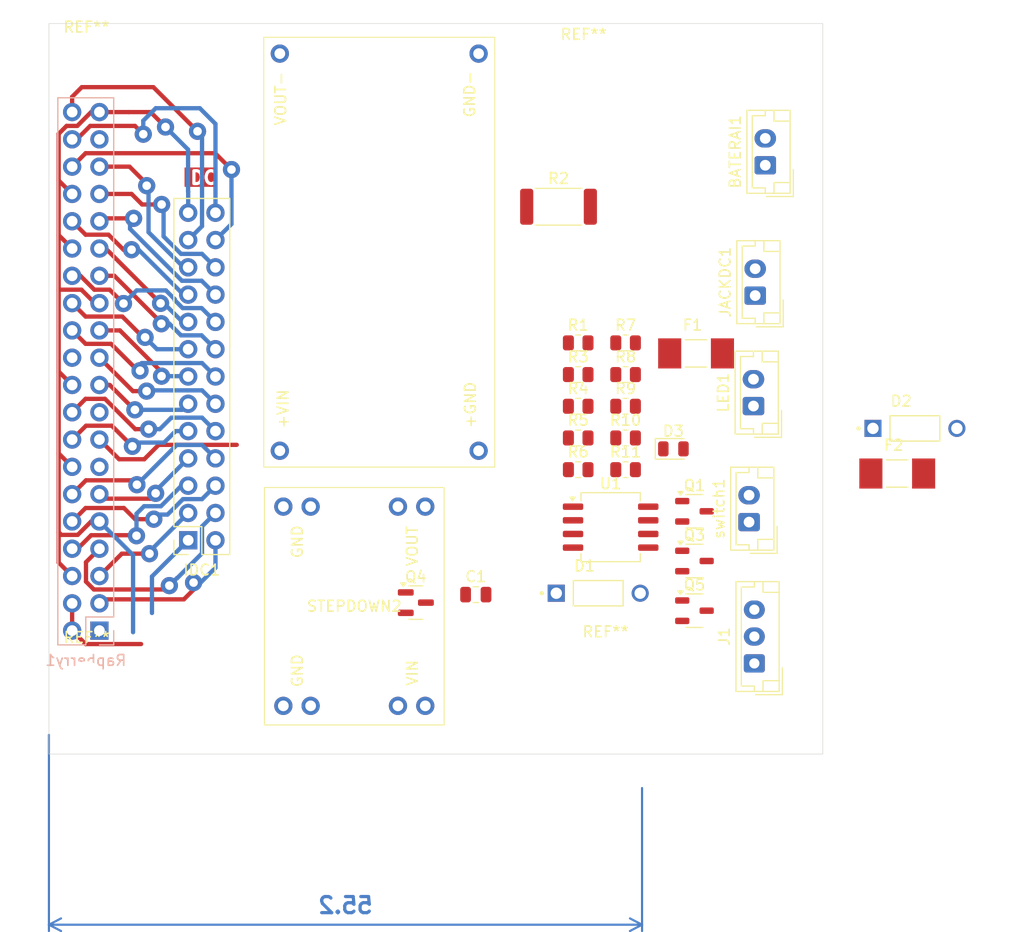
<source format=kicad_pcb>
(kicad_pcb (version 20241229) (generator "pcbnew") (generator_version "9.0")
  (layers (0 "F.Cu" signal) (2 "B.Cu" signal) (13 "F.Paste" user) (15 "B.Paste" user) (5 "F.SilkS" user "F.Silkscreen") (7 "B.SilkS" user "B.Silkscreen") (1 "F.Mask" user) (3 "B.Mask" user) (25 "Edge.Cuts" user))
  (net 0 "")
  (net 1 "GND")
  (net 2 "unconnected-(Rapberry1-Pin_13-Pad13)")
  (net 3 "HSYNC")
  (net 4 "DATA16")
  (net 5 "DATA1")
  (net 6 "VSYNC")
  (net 7 "DATA17")
  (net 8 "DATA3")
  (net 9 "EXT_SCL")
  (net 10 "DATA10")
  (net 11 "DATA6")
  (net 13 "DATA13")
  (net 14 "DATAEN")
  (net 15 "DATA12")
  (net 16 "DATA4")
  (net 17 "DATA15")
  (net 18 "EXT_SDA")
  (net 19 "DATA5")
  (net 20 "DATA7")
  (net 21 "DATA8")
  (net 22 "DATA2")
  (net 23 "DATA14")
  (net 24 "DATA11")
  (net 25 "DATA9")
  (net 26 "DATA0")
  (net 27 "PCLK")
  (net 28 "+5V")
  (net 29 "GPIO22")
  (net 30 "+4.2V")
  (net 31 "Net-(Q1-B)")
  (net 32 "Net-(Q1-E)")
  (net 33 "Net-(Q4-G)")
  (net 34 "+3.3V")
  (net 35 "Net-(Q5-B)")
  (net 36 "Net-(LED1-Pin_2)")
  (net 37 "Net-(LED1-Pin_1)")
  (net 41 "Net-(D3-K)")
  (net 42 "Net-(switch1-Pin_2)")
  (net 43 "Battery")
  (net 44 "Net-(U1A--)")
  (net 45 "Net-(U1A-+)")
  (net 46 "Net-(R10-Pad1)")
  (net 47 "Low bat")
  (net 48 "Charg Ind")
  (net 49 "Net-(D1-A)")
  (net 50 "Net-(JACKDC1-Pin_1)")
  (footprint "PCBALL:FUSC6125X279N" (layer "F.Cu") (at 161.9505 83.88)
    (property "Reference" "F2" (at -0.325 -2.635 0) (layer "F.SilkS"))
    (property "Value" "Fuse")
    (pad "1" smd rect (at -2.455 0) (size 2.15 2.8) (layers "F.Cu" "F.Mask" "F.Paste") (net 43 "Battery"))
    (pad "2" smd rect (at 2.455 0) (size 2.15 2.8) (layers "F.Cu" "F.Mask" "F.Paste") (net 42 "Net-(switch1-Pin_2)"))
  )
  (footprint "PCBALL:mp1584EN1" (layer "F.Cu") (at 111.42 96.23)
    (property "Reference" "STEPDOWN2" (at 0 0 0) (layer "F.SilkS"))
    (property "Value" "~")
    (fp_text user "GND" (at -5.3 6 90) (layer "F.SilkS"))
    (fp_text user "VOUT" (at 5.4 -5.6 90) (layer "F.SilkS"))
    (fp_text user "VIN" (at 5.4 6.2 90) (layer "F.SilkS"))
    (fp_text user "GND" (at -5.3 -6 90) (layer "F.SilkS"))
    (pad "1" thru_hole circle (at 4.064 9.271) (size 1.7 1.7) (drill 1) (layers "*.Cu" "*.Mask") (net 28 "+5V"))
    (pad "1" thru_hole circle (at 6.604 9.271) (size 1.7 1.7) (drill 1) (layers "*.Cu" "*.Mask") (net 28 "+5V"))
    (pad "2" thru_hole circle (at -6.604 9.271) (size 1.7 1.7) (drill 1) (layers "*.Cu" "*.Mask") (net 1 "GND"))
    (pad "2" thru_hole circle (at -4.064 9.271) (size 1.7 1.7) (drill 1) (layers "*.Cu" "*.Mask") (net 1 "GND"))
    (pad "3" thru_hole circle (at 4.064 -9.271) (size 1.7 1.7) (drill 1) (layers "*.Cu" "*.Mask") (net 34 "+3.3V"))
    (pad "3" thru_hole circle (at 6.604 -9.271) (size 1.7 1.7) (drill 1) (layers "*.Cu" "*.Mask") (net 34 "+3.3V"))
    (pad "4" thru_hole circle (at -6.604 -9.271) (size 1.7 1.7) (drill 1) (layers "*.Cu" "*.Mask") (net 1 "GND"))
    (pad "4" thru_hole circle (at -4.064 -9.271) (size 1.7 1.7) (drill 1) (layers "*.Cu" "*.Mask") (net 1 "GND"))
  )
  (footprint "Resistor_SMD:R_0805_2012Metric" (layer "F.Cu") (at 132.2575 83.52)
    (property "Reference" "R6" (at 0 -1.65 0) (layer "F.SilkS"))
    (property "Value" "R")
    (pad "1" smd roundrect (at -0.9125 0) (size 1.025 1.4) (layers "F.Cu" "F.Mask" "F.Paste") (roundrect_rratio 0.243902) (net 44 "Net-(U1A--)"))
    (pad "2" smd roundrect (at 0.9125 0) (size 1.025 1.4) (layers "F.Cu" "F.Mask" "F.Paste") (roundrect_rratio 0.243902) (net 1 "GND"))
  )
  (footprint "Resistor_SMD:R_0805_2012Metric" (layer "F.Cu") (at 132.2575 74.67)
    (property "Reference" "R3" (at 0 -1.65 0) (layer "F.SilkS"))
    (property "Value" "10k")
    (pad "1" smd roundrect (at -0.9125 0) (size 1.025 1.4) (layers "F.Cu" "F.Mask" "F.Paste") (roundrect_rratio 0.243902) (net 34 "+3.3V"))
    (pad "2" smd roundrect (at 0.9125 0) (size 1.025 1.4) (layers "F.Cu" "F.Mask" "F.Paste") (roundrect_rratio 0.243902) (net 33 "Net-(Q4-G)"))
  )
  (footprint "Package_SO:SOIC-8_5.3x6.2mm_P1.27mm" (layer "F.Cu") (at 135.2775 88.87)
    (property "Reference" "U1" (at 0 -4.05 0) (layer "F.SilkS"))
    (property "Value" "LM358")
    (pad "1" smd roundrect (at -3.5 -1.905) (size 1.9 0.6) (layers "F.Cu" "F.Mask" "F.Paste") (net 46 "Net-(R10-Pad1)"))
    (pad "2" smd roundrect (at -3.5 -0.635) (size 1.9 0.6) (layers "F.Cu" "F.Mask" "F.Paste") (net 44 "Net-(U1A--)"))
    (pad "3" smd roundrect (at -3.5 0.635) (size 1.9 0.6) (layers "F.Cu" "F.Mask" "F.Paste") (net 45 "Net-(U1A-+)"))
    (pad "4" smd roundrect (at -3.5 1.905) (size 1.9 0.6) (layers "F.Cu" "F.Mask" "F.Paste") (net 1 "GND"))
    (pad "5" smd roundrect (at 3.5 1.905) (size 1.9 0.6) (layers "F.Cu" "F.Mask" "F.Paste"))
    (pad "6" smd roundrect (at 3.5 0.635) (size 1.9 0.6) (layers "F.Cu" "F.Mask" "F.Paste"))
    (pad "7" smd roundrect (at 3.5 -0.635) (size 1.9 0.6) (layers "F.Cu" "F.Mask" "F.Paste"))
    (pad "8" smd roundrect (at 3.5 -1.905) (size 1.9 0.6) (layers "F.Cu" "F.Mask" "F.Paste") (net 28 "+5V"))
  )
  (footprint "Resistor_SMD:R_0805_2012Metric" (layer "F.Cu") (at 132.2575 80.57)
    (property "Reference" "R5" (at 0 -1.65 0) (layer "F.SilkS"))
    (property "Value" "1k")
    (pad "1" smd roundrect (at -0.9125 0) (size 1.025 1.4) (layers "F.Cu" "F.Mask" "F.Paste") (roundrect_rratio 0.243902) (net 35 "Net-(Q5-B)"))
    (pad "2" smd roundrect (at 0.9125 0) (size 1.025 1.4) (layers "F.Cu" "F.Mask" "F.Paste") (roundrect_rratio 0.243902) (net 29 "GPIO22"))
  )
  (footprint "PCBALL:DIOAD780W78L463D236" (layer "F.Cu") (at 163.5955 79.68)
    (property "Reference" "D2" (at -1.27 -2.54 0) (layer "F.SilkS"))
    (property "Value" "1N007")
    (pad "A" thru_hole circle (at 3.9045 0) (size 1.59 1.59) (drill 1.06) (layers "*.Cu" "*.Mask"))
    (pad "K" thru_hole rect (at -3.9045 0) (size 1.59 1.59) (drill 1.06) (layers "*.Cu" "*.Mask"))
  )
  (footprint "Capacitor_SMD:C_0805_2012Metric" (layer "F.Cu") (at 122.7275 95.15)
    (property "Reference" "C1" (at 0 -1.68 0) (layer "F.SilkS"))
    (property "Value" "C")
    (pad "1" smd roundrect (at -0.95 0) (size 1 1.45) (layers "F.Cu" "F.Mask" "F.Paste") (net 30 "+4.2V"))
    (pad "2" smd roundrect (at 0.95 0) (size 1 1.45) (layers "F.Cu" "F.Mask" "F.Paste") (net 1 "GND"))
  )
  (footprint "MountingHole:MountingHole_2.5mm" (layer "F.Cu") (at 86.5 45.78)
    (property "Reference" "REF**" (at 0 -3.45 0) (layer "F.SilkS"))
    (property "Value" "MountingHole_2.5mm")
    (pad "" np_thru_hole circle (at 0 0) (size 2.5 2.5) (drill 2.5) (layers "*.Cu" "*.Mask"))
  )
  (footprint "Resistor_SMD:R_0805_2012Metric" (layer "F.Cu") (at 132.2575 77.62)
    (property "Reference" "R4" (at 0 -1.65 0) (layer "F.SilkS"))
    (property "Value" "R")
    (pad "1" smd roundrect (at -0.9125 0) (size 1.025 1.4) (layers "F.Cu" "F.Mask" "F.Paste") (roundrect_rratio 0.243902) (net 41 "Net-(D3-K)"))
    (pad "2" smd roundrect (at 0.9125 0) (size 1.025 1.4) (layers "F.Cu" "F.Mask" "F.Paste") (roundrect_rratio 0.243902) (net 44 "Net-(U1A--)"))
  )
  (footprint "Resistor_SMD:R_0805_2012Metric" (layer "F.Cu") (at 136.6675 74.67)
    (property "Reference" "R8" (at 0 -1.65 0) (layer "F.SilkS"))
    (property "Value" "R")
    (pad "1" smd roundrect (at -0.9125 0) (size 1.025 1.4) (layers "F.Cu" "F.Mask" "F.Paste") (roundrect_rratio 0.243902) (net 30 "+4.2V"))
    (pad "2" smd roundrect (at 0.9125 0) (size 1.025 1.4) (layers "F.Cu" "F.Mask" "F.Paste") (roundrect_rratio 0.243902) (net 45 "Net-(U1A-+)"))
  )
  (footprint "Connector_JST:JST_EH_B3B-EH-A_1x03_P2.50mm_Vertical" (layer "F.Cu") (at 148.65 101.55 90)
    (property "Reference" "J1" (at 2.5 -2.8 90) (layer "F.SilkS"))
    (property "Value" "Conn_01x03_Pin")
    (pad "1" thru_hole roundrect (at 0 0 90) (size 1.7 1.95) (drill 0.95) (layers "*.Cu" "*.Mask") (roundrect_rratio 0.147059) (net 1 "GND"))
    (pad "2" thru_hole oval (at 2.5 0 90) (size 1.7 1.95) (drill 0.95) (layers "*.Cu" "*.Mask") (net 47 "Low bat"))
    (pad "3" thru_hole oval (at 5 0 90) (size 1.7 1.95) (drill 0.95) (layers "*.Cu" "*.Mask") (net 48 "Charg Ind"))
  )
  (footprint "MountingHole:MountingHole_2.5mm" (layer "F.Cu") (at 132.77 46.46)
    (property "Reference" "REF**" (at 0 -3.45 0) (layer "F.SilkS"))
    (property "Value" "MountingHole_2.5mm")
    (pad "" np_thru_hole circle (at 0 0) (size 2.5 2.5) (drill 2.5) (layers "*.Cu" "*.Mask"))
  )
  (footprint "Resistor_SMD:R_0805_2012Metric" (layer "F.Cu") (at 136.6675 80.57)
    (property "Reference" "R10" (at 0 -1.65 0) (layer "F.SilkS"))
    (property "Value" "1k")
    (pad "1" smd roundrect (at -0.9125 0) (size 1.025 1.4) (layers "F.Cu" "F.Mask" "F.Paste") (roundrect_rratio 0.243902) (net 46 "Net-(R10-Pad1)"))
    (pad "2" smd roundrect (at 0.9125 0) (size 1.025 1.4) (layers "F.Cu" "F.Mask" "F.Paste") (roundrect_rratio 0.243902) (net 47 "Low bat"))
  )
  (footprint "PCBALL:FUSC6125X279N" (layer "F.Cu") (at 143.2275 72.7)
    (property "Reference" "F1" (at -0.325 -2.635 0) (layer "F.SilkS"))
    (property "Value" "Fuse")
    (pad "1" smd rect (at -2.455 0) (size 2.15 2.8) (layers "F.Cu" "F.Mask" "F.Paste") (net 50 "Net-(JACKDC1-Pin_1)"))
    (pad "2" smd rect (at 2.455 0) (size 2.15 2.8) (layers "F.Cu" "F.Mask" "F.Paste") (net 49 "Net-(D1-A)"))
  )
  (footprint "Resistor_SMD:R_0805_2012Metric" (layer "F.Cu") (at 136.6675 83.52)
    (property "Reference" "R11" (at 0 -1.65 0) (layer "F.SilkS"))
    (property "Value" "1k")
    (pad "1" smd roundrect (at -0.9125 0) (size 1.025 1.4) (layers "F.Cu" "F.Mask" "F.Paste") (roundrect_rratio 0.243902) (net 49 "Net-(D1-A)"))
    (pad "2" smd roundrect (at 0.9125 0) (size 1.025 1.4) (layers "F.Cu" "F.Mask" "F.Paste") (roundrect_rratio 0.243902) (net 48 "Charg Ind"))
  )
  (footprint "PCBALL:DIOAD780W78L463D236" (layer "F.Cu") (at 134.1225 95.02)
    (property "Reference" "D1" (at -1.27 -2.54 0) (layer "F.SilkS"))
    (property "Value" "SS34")
    (pad "A" thru_hole circle (at 3.9045 0) (size 1.59 1.59) (drill 1.06) (layers "*.Cu" "*.Mask"))
    (pad "K" thru_hole rect (at -3.9045 0) (size 1.59 1.59) (drill 1.06) (layers "*.Cu" "*.Mask"))
  )
  (footprint "Connector_JST:JST_EH_B2B-EH-A_1x02_P2.50mm_Vertical" (layer "F.Cu") (at 149.67 55.19 90)
    (property "Reference" "BATERAI1" (at 1.25 -2.8 90) (layer "F.SilkS"))
    (property "Value" "Conn_01x02_Pin")
    (pad "1" thru_hole roundrect (at 0 0 90) (size 1.7 2) (drill 1) (layers "*.Cu" "*.Mask") (roundrect_rratio 0.147059) (net 43 "Battery"))
    (pad "2" thru_hole oval (at 2.5 0 90) (size 1.7 2) (drill 1) (layers "*.Cu" "*.Mask") (net 1 "GND"))
  )
  (footprint "Connector_JST:JST_EH_B2B-EH-A_1x02_P2.50mm_Vertical" (layer "F.Cu") (at 148.16 88.4 90)
    (property "Reference" "switch1" (at 1.25 -2.8 90) (layer "F.SilkS"))
    (property "Value" "Conn_01x02_Pin")
    (pad "1" thru_hole roundrect (at 0 0 90) (size 1.7 2) (drill 1) (layers "*.Cu" "*.Mask") (roundrect_rratio 0.147059) (net 30 "+4.2V"))
    (pad "2" thru_hole oval (at 2.5 0 90) (size 1.7 2) (drill 1) (layers "*.Cu" "*.Mask") (net 42 "Net-(switch1-Pin_2)"))
  )
  (footprint "Diode_SMD:D_0805_2012Metric" (layer "F.Cu") (at 141.1175 81.585)
    (property "Reference" "D3" (at 0 -1.65 0) (layer "F.SilkS"))
    (property "Value" "D_Zener_Filled")
    (pad "1" smd roundrect (at -0.9375 0) (size 0.975 1.4) (layers "F.Cu" "F.Mask" "F.Paste") (net 41 "Net-(D3-K)"))
    (pad "2" smd roundrect (at 0.9375 0) (size 0.975 1.4) (layers "F.Cu" "F.Mask" "F.Paste") (net 1 "GND"))
  )
  (footprint "MountingHole:MountingHole_2.5mm" (layer "F.Cu") (at 134.81 102.06)
    (property "Reference" "REF**" (at 0 -3.45 0) (layer "F.SilkS"))
    (property "Value" "MountingHole_2.5mm")
    (pad "" np_thru_hole circle (at 0 0) (size 2.5 2.5) (drill 2.5) (layers "*.Cu" "*.Mask"))
  )
  (footprint "Package_TO_SOT_SMD:SOT-23-3" (layer "F.Cu") (at 143.0775 96.645)
    (property "Reference" "Q5" (at 0 -2.4 0) (layer "F.SilkS"))
    (property "Value" "D882")
    (pad "1" smd roundrect (at -1.1375 -0.95) (size 1.325 0.6) (layers "F.Cu" "F.Mask" "F.Paste") (net 35 "Net-(Q5-B)"))
    (pad "2" smd roundrect (at -1.1375 0.95) (size 1.325 0.6) (layers "F.Cu" "F.Mask" "F.Paste") (net 33 "Net-(Q4-G)"))
    (pad "3" smd roundrect (at 1.1375 0) (size 1.325 0.6) (layers "F.Cu" "F.Mask" "F.Paste") (net 1 "GND"))
  )
  (footprint "TPS61088:TPS61088" (layer "F.Cu") (at 113.49 63.28 90)
    (property "Reference" "STEPUP2" (hide yes))
    (property "Value" "~")
    (fp_text user "VOUT-" (at 11.71 -8.34 90) (layer "F.SilkS") (effects (justify left bottom)))
    (fp_text user "GND-" (at 12.45 9.25 90) (layer "F.SilkS") (effects (justify left bottom)))
    (fp_text user "+VIN" (at -16.5 -8.12 90) (layer "F.SilkS") (effects (justify left bottom)))
    (fp_text user "+GND" (at -16.45 9.32 90) (layer "F.SilkS") (effects (justify left bottom)))
    (pad "1" thru_hole circle (at -18.48 -9 180) (size 1.7 1.7) (drill 1) (layers "*.Cu" "*.Mask") (net 30 "+4.2V"))
    (pad "2" thru_hole circle (at -18.48 9.5 180) (size 1.7 1.7) (drill 1) (layers "*.Cu" "*.Mask") (net 1 "GND"))
    (pad "3" thru_hole circle (at 18.48 -9 180) (size 1.7 1.7) (drill 1) (layers "*.Cu" "*.Mask") (net 28 "+5V"))
    (pad "4" thru_hole circle (at 18.48 9.5 180) (size 1.7 1.7) (drill 1) (layers "*.Cu" "*.Mask") (net 1 "GND"))
  )
  (footprint "Resistor_SMD:R_0805_2012Metric" (layer "F.Cu") (at 136.6675 77.62)
    (property "Reference" "R9" (at 0 -1.65 0) (layer "F.SilkS"))
    (property "Value" "R")
    (pad "1" smd roundrect (at -0.9125 0) (size 1.025 1.4) (layers "F.Cu" "F.Mask" "F.Paste") (roundrect_rratio 0.243902) (net 45 "Net-(U1A-+)"))
    (pad "2" smd roundrect (at 0.9125 0) (size 1.025 1.4) (layers "F.Cu" "F.Mask" "F.Paste") (roundrect_rratio 0.243902) (net 1 "GND"))
  )
  (footprint "Connector_JST:JST_EH_B2B-EH-A_1x02_P2.50mm_Vertical" (layer "F.Cu") (at 148.73 67.32 90)
    (property "Reference" "JACKDC1" (at 1.25 -2.8 90) (layer "F.SilkS"))
    (property "Value" "Conn_01x02_Pin")
    (pad "1" thru_hole roundrect (at 0 0 90) (size 1.7 2) (drill 1) (layers "*.Cu" "*.Mask") (roundrect_rratio 0.147059) (net 50 "Net-(JACKDC1-Pin_1)"))
    (pad "2" thru_hole oval (at 2.5 0 90) (size 1.7 2) (drill 1) (layers "*.Cu" "*.Mask") (net 1 "GND"))
  )
  (footprint "Resistor_SMD:R_0805_2012Metric" (layer "F.Cu") (at 136.6675 71.72)
    (property "Reference" "R7" (at 0 -1.65 0) (layer "F.SilkS"))
    (property "Value" "R")
    (pad "1" smd roundrect (at -0.9125 0) (size 1.025 1.4) (layers "F.Cu" "F.Mask" "F.Paste") (roundrect_rratio 0.243902) (net 28 "+5V"))
    (pad "2" smd roundrect (at 0.9125 0) (size 1.025 1.4) (layers "F.Cu" "F.Mask" "F.Paste") (roundrect_rratio 0.243902) (net 41 "Net-(D3-K)"))
  )
  (footprint "Package_TO_SOT_SMD:SOT-23-3" (layer "F.Cu") (at 143.0775 92.02)
    (property "Reference" "Q3" (at 0 -2.4 0) (layer "F.SilkS"))
    (property "Value" "Q_NMOS_DGS")
    (pad "1" smd roundrect (at -1.1375 -0.95) (size 1.325 0.6) (layers "F.Cu" "F.Mask" "F.Paste") (net 37 "Net-(LED1-Pin_1)"))
    (pad "2" smd roundrect (at -1.1375 0.95) (size 1.325 0.6) (layers "F.Cu" "F.Mask" "F.Paste") (net 32 "Net-(Q1-E)"))
    (pad "3" smd roundrect (at 1.1375 0) (size 1.325 0.6) (layers "F.Cu" "F.Mask" "F.Paste") (net 31 "Net-(Q1-B)"))
  )
  (footprint "Package_TO_SOT_SMD:SOT-23" (layer "F.Cu") (at 117.1475 95.895)
    (property "Reference" "Q4" (at 0 -2.4 0) (layer "F.SilkS"))
    (property "Value" "MDD3752")
    (pad "1" smd roundrect (at -0.9375 -0.95) (size 1.475 0.6) (layers "F.Cu" "F.Mask" "F.Paste") (net 34 "+3.3V"))
    (pad "2" smd roundrect (at -0.9375 0.95) (size 1.475 0.6) (layers "F.Cu" "F.Mask" "F.Paste") (net 33 "Net-(Q4-G)"))
    (pad "3" smd roundrect (at 0.9375 0) (size 1.475 0.6) (layers "F.Cu" "F.Mask" "F.Paste") (net 36 "Net-(LED1-Pin_2)"))
  )
  (footprint "Connector_JST:JST_EH_B2B-EH-A_1x02_P2.50mm_Vertical" (layer "F.Cu") (at 148.57 77.6 90)
    (property "Reference" "LED1" (at 1.25 -2.8 90) (layer "F.SilkS"))
    (property "Value" "Conn_01x02_Pin")
    (pad "1" thru_hole roundrect (at 0 0 90) (size 1.7 2) (drill 1) (layers "*.Cu" "*.Mask") (roundrect_rratio 0.147059) (net 37 "Net-(LED1-Pin_1)"))
    (pad "2" thru_hole oval (at 2.5 0 90) (size 1.7 2) (drill 1) (layers "*.Cu" "*.Mask") (net 36 "Net-(LED1-Pin_2)"))
  )
  (footprint "Connector_PinSocket_2.54mm:PinSocket_2x13_P2.54mm_Vertical" (layer "F.Cu") (at 95.96 90.09 180)
    (property "Reference" "IDC1" (at -1.27 -2.77 0) (layer "F.SilkS"))
    (property "Value" "Conn_02x13_Odd_Even")
    (pad "1" thru_hole rect (at 0 0 180) (size 1.7 1.7) (drill 1) (layers "*.Cu" "*.Mask") (net 28 "+5V"))
    (pad "2" thru_hole circle (at -2.54 0 180) (size 1.7 1.7) (drill 1) (layers "*.Cu" "*.Mask") (net 6 "VSYNC"))
    (pad "3" thru_hole circle (at 0 2.54 180) (size 1.7 1.7) (drill 1) (layers "*.Cu" "*.Mask") (net 3 "HSYNC"))
    (pad "4" thru_hole circle (at -2.54 2.54 180) (size 1.7 1.7) (drill 1) (layers "*.Cu" "*.Mask") (net 7 "DATA17"))
    (pad "5" thru_hole circle (at 0 5.08 180) (size 1.7 1.7) (drill 1) (layers "*.Cu" "*.Mask") (net 25 "DATA9"))
    (pad "6" thru_hole circle (at -2.54 5.08 180) (size 1.7 1.7) (drill 1) (layers "*.Cu" "*.Mask") (net 10 "DATA10"))
    (pad "7" thru_hole circle (at 0 7.62 180) (size 1.7 1.7) (drill 1) (layers "*.Cu" "*.Mask") (net 26 "DATA0"))
    (pad "8" thru_hole circle (at -2.54 7.62 180) (size 1.7 1.7) (drill 1) (layers "*.Cu" "*.Mask") (net 5 "DATA1"))
    (pad "9" thru_hole circle (at 0 10.16 180) (size 1.7 1.7) (drill 1) (layers "*.Cu" "*.Mask") (net 18 "EXT_SDA"))
    (pad "10" thru_hole circle (at -2.54 10.16 180) (size 1.7 1.7) (drill 1) (layers "*.Cu" "*.Mask") (net 9 "EXT_SCL"))
    (pad "11" thru_hole circle (at 0 12.7 180) (size 1.7 1.7) (drill 1) (layers "*.Cu" "*.Mask") (net 19 "DATA5"))
    (pad "12" thru_hole circle (at -2.54 12.7 180) (size 1.7 1.7) (drill 1) (layers "*.Cu" "*.Mask") (net 17 "DATA15"))
    (pad "13" thru_hole circle (at 0 15.24 180) (size 1.7 1.7) (drill 1) (layers "*.Cu" "*.Mask") (net 11 "DATA6"))
    (pad "14" thru_hole circle (at -2.54 15.24 180) (size 1.7 1.7) (drill 1) (layers "*.Cu" "*.Mask") (net 23 "DATA14"))
    (pad "15" thru_hole circle (at 0 17.78 180) (size 1.7 1.7) (drill 1) (layers "*.Cu" "*.Mask") (net 13 "DATA13"))
    (pad "16" thru_hole circle (at -2.54 17.78 180) (size 1.7 1.7) (drill 1) (layers "*.Cu" "*.Mask") (net 27 "PCLK"))
    (pad "17" thru_hole circle (at 0 20.32 180) (size 1.7 1.7) (drill 1) (layers "*.Cu" "*.Mask") (net 24 "DATA11"))
    (pad "18" thru_hole circle (at -2.54 20.32 180) (size 1.7 1.7) (drill 1) (layers "*.Cu" "*.Mask") (net 14 "DATAEN"))
    (pad "19" thru_hole circle (at 0 22.86 180) (size 1.7 1.7) (drill 1) (layers "*.Cu" "*.Mask") (net 20 "DATA7"))
    (pad "20" thru_hole circle (at -2.54 22.86 180) (size 1.7 1.7) (drill 1) (layers "*.Cu" "*.Mask") (net 15 "DATA12"))
    (pad "21" thru_hole circle (at 0 25.4 180) (size 1.7 1.7) (drill 1) (layers "*.Cu" "*.Mask") (net 22 "DATA2"))
    (pad "22" thru_hole circle (at -2.54 25.4 180) (size 1.7 1.7) (drill 1) (layers "*.Cu" "*.Mask") (net 21 "DATA8"))
    (pad "23" thru_hole circle (at 0 27.94 180) (size 1.7 1.7) (drill 1) (layers "*.Cu" "*.Mask") (net 16 "DATA4"))
    (pad "24" thru_hole circle (at -2.54 27.94 180) (size 1.7 1.7) (drill 1) (layers "*.Cu" "*.Mask") (net 4 "DATA16"))
    (pad "25" thru_hole circle (at 0 30.48 180) (size 1.7 1.7) (drill 1) (layers "*.Cu" "*.Mask") (net 1 "GND"))
    (pad "26" thru_hole circle (at -2.54 30.48 180) (size 1.7 1.7) (drill 1) (layers "*.Cu" "*.Mask") (net 8 "DATA3"))
  )
  (footprint "Resistor_SMD:R_2512_6332Metric" (layer "F.Cu") (at 130.4275 59.05)
    (property "Reference" "R2" (at 0 -2.63 0) (layer "F.SilkS"))
    (property "Value" "R")
    (pad "1" smd roundrect (at -2.9625 0) (size 1.225 3.35) (layers "F.Cu" "F.Mask" "F.Paste") (roundrect_rratio 0.204082) (net 31 "Net-(Q1-B)"))
    (pad "2" smd roundrect (at 2.9625 0) (size 1.225 3.35) (layers "F.Cu" "F.Mask" "F.Paste") (roundrect_rratio 0.204082) (net 1 "GND"))
  )
  (footprint "MountingHole:MountingHole_2.5mm" (layer "F.Cu") (at 86.52 102.59)
    (property "Reference" "REF**" (at 0 -3.45 0) (layer "F.SilkS"))
    (property "Value" "MountingHole_2.5mm")
    (pad "" np_thru_hole circle (at 0 0) (size 2.5 2.5) (drill 2.5) (layers "*.Cu" "*.Mask"))
  )
  (footprint "Resistor_SMD:R_0805_2012Metric" (layer "F.Cu") (at 132.2575 71.72)
    (property "Reference" "R1" (at 0 -1.65 0) (layer "F.SilkS"))
    (property "Value" "R")
    (pad "1" smd roundrect (at -0.9125 0) (size 1.025 1.4) (layers "F.Cu" "F.Mask" "F.Paste") (roundrect_rratio 0.243902) (net 36 "Net-(LED1-Pin_2)"))
    (pad "2" smd roundrect (at 0.9125 0) (size 1.025 1.4) (layers "F.Cu" "F.Mask" "F.Paste") (roundrect_rratio 0.243902) (net 32 "Net-(Q1-E)"))
  )
  (footprint "Package_TO_SOT_SMD:SOT-23-3" (layer "F.Cu") (at 143.0775 87.395)
    (property "Reference" "Q1" (at 0 -2.4 0) (layer "F.SilkS"))
    (property "Value" "D882")
    (pad "1" smd roundrect (at -1.1375 -0.95) (size 1.325 0.6) (layers "F.Cu" "F.Mask" "F.Paste") (net 31 "Net-(Q1-B)"))
    (pad "2" smd roundrect (at -1.1375 0.95) (size 1.325 0.6) (layers "F.Cu" "F.Mask" "F.Paste") (net 32 "Net-(Q1-E)"))
    (pad "3" smd roundrect (at 1.1375 0) (size 1.325 0.6) (layers "F.Cu" "F.Mask" "F.Paste") (net 1 "GND"))
  )
  (footprint "Connector_PinSocket_2.54mm:PinSocket_2x20_P2.54mm_Vertical" (layer "B.Cu") (at 87.7 98.5)
    (property "Reference" "Rapberry1" (at -1.27 2.77 0) (layer "B.SilkS") (effects (justify mirror)))
    (property "Value" "Conn_02x20_Odd_Even")
    (pad "1" thru_hole rect (at 0 0) (size 1.7 1.7) (drill 1) (layers "*.Cu" "*.Mask"))
    (pad "2" thru_hole circle (at -2.54 0) (size 1.7 1.7) (drill 1) (layers "*.Cu" "*.Mask") (net 28 "+5V"))
    (pad "3" thru_hole circle (at 0 -2.54) (size 1.7 1.7) (drill 1) (layers "*.Cu" "*.Mask") (net 6 "VSYNC"))
    (pad "4" thru_hole circle (at -2.54 -2.54) (size 1.7 1.7) (drill 1) (layers "*.Cu" "*.Mask") (net 28 "+5V"))
    (pad "5" thru_hole circle (at 0 -5.08) (size 1.7 1.7) (drill 1) (layers "*.Cu" "*.Mask") (net 3 "HSYNC"))
    (pad "6" thru_hole circle (at -2.54 -5.08) (size 1.7 1.7) (drill 1) (layers "*.Cu" "*.Mask") (net 1 "GND"))
    (pad "7" thru_hole circle (at 0 -7.62) (size 1.7 1.7) (drill 1) (layers "*.Cu" "*.Mask") (net 7 "DATA17"))
    (pad "8" thru_hole circle (at -2.54 -7.62) (size 1.7 1.7) (drill 1) (layers "*.Cu" "*.Mask") (net 25 "DATA9"))
    (pad "9" thru_hole circle (at 0 -10.16) (size 1.7 1.7) (drill 1) (layers "*.Cu" "*.Mask") (net 1 "GND"))
    (pad "10" thru_hole circle (at -2.54 -10.16) (size 1.7 1.7) (drill 1) (layers "*.Cu" "*.Mask") (net 10 "DATA10"))
    (pad "11" thru_hole circle (at 0 -12.7) (size 1.7 1.7) (drill 1) (layers "*.Cu" "*.Mask") (net 26 "DATA0"))
    (pad "12" thru_hole circle (at -2.54 -12.7) (size 1.7 1.7) (drill 1) (layers "*.Cu" "*.Mask") (net 5 "DATA1"))
    (pad "13" thru_hole circle (at 0 -15.24) (size 1.7 1.7) (drill 1) (layers "*.Cu" "*.Mask") (net 2 "unconnected-(Rapberry1-Pin_13-Pad13)"))
    (pad "14" thru_hole circle (at -2.54 -15.24) (size 1.7 1.7) (drill 1) (layers "*.Cu" "*.Mask") (net 1 "GND"))
    (pad "15" thru_hole circle (at 0 -17.78) (size 1.7 1.7) (drill 1) (layers "*.Cu" "*.Mask") (net 29 "GPIO22"))
    (pad "16" thru_hole circle (at -2.54 -17.78) (size 1.7 1.7) (drill 1) (layers "*.Cu" "*.Mask") (net 18 "EXT_SDA"))
    (pad "17" thru_hole circle (at 0 -20.32) (size 1.7 1.7) (drill 1) (layers "*.Cu" "*.Mask"))
    (pad "18" thru_hole circle (at -2.54 -20.32) (size 1.7 1.7) (drill 1) (layers "*.Cu" "*.Mask") (net 9 "EXT_SCL"))
    (pad "19" thru_hole circle (at 0 -22.86) (size 1.7 1.7) (drill 1) (layers "*.Cu" "*.Mask") (net 19 "DATA5"))
    (pad "20" thru_hole circle (at -2.54 -22.86) (size 1.7 1.7) (drill 1) (layers "*.Cu" "*.Mask") (net 1 "GND"))
    (pad "21" thru_hole circle (at 0 -25.4) (size 1.7 1.7) (drill 1) (layers "*.Cu" "*.Mask") (net 17 "DATA15"))
    (pad "22" thru_hole circle (at -2.54 -25.4) (size 1.7 1.7) (drill 1) (layers "*.Cu" "*.Mask"))
    (pad "23" thru_hole circle (at 0 -27.94) (size 1.7 1.7) (drill 1) (layers "*.Cu" "*.Mask") (net 11 "DATA6"))
    (pad "24" thru_hole circle (at -2.54 -27.94) (size 1.7 1.7) (drill 1) (layers "*.Cu" "*.Mask") (net 23 "DATA14"))
    (pad "25" thru_hole circle (at 0 -30.48) (size 1.7 1.7) (drill 1) (layers "*.Cu" "*.Mask") (net 1 "GND"))
    (pad "26" thru_hole circle (at -2.54 -30.48) (size 1.7 1.7) (drill 1) (layers "*.Cu" "*.Mask") (net 13 "DATA13"))
    (pad "27" thru_hole circle (at 0 -33.02) (size 1.7 1.7) (drill 1) (layers "*.Cu" "*.Mask") (net 27 "PCLK"))
    (pad "28" thru_hole circle (at -2.54 -33.02) (size 1.7 1.7) (drill 1) (layers "*.Cu" "*.Mask") (net 14 "DATAEN"))
    (pad "29" thru_hole circle (at 0 -35.56) (size 1.7 1.7) (drill 1) (layers "*.Cu" "*.Mask") (net 24 "DATA11"))
    (pad "30" thru_hole circle (at -2.54 -35.56) (size 1.7 1.7) (drill 1) (layers "*.Cu" "*.Mask") (net 1 "GND"))
    (pad "31" thru_hole circle (at 0 -38.1) (size 1.7 1.7) (drill 1) (layers "*.Cu" "*.Mask") (net 15 "DATA12"))
    (pad "32" thru_hole circle (at -2.54 -38.1) (size 1.7 1.7) (drill 1) (layers "*.Cu" "*.Mask") (net 20 "DATA7"))
    (pad "33" thru_hole circle (at 0 -40.64) (size 1.7 1.7) (drill 1) (layers "*.Cu" "*.Mask") (net 21 "DATA8"))
    (pad "34" thru_hole circle (at -2.54 -40.64) (size 1.7 1.7) (drill 1) (layers "*.Cu" "*.Mask") (net 1 "GND"))
    (pad "35" thru_hole circle (at 0 -43.18) (size 1.7 1.7) (drill 1) (layers "*.Cu" "*.Mask") (net 22 "DATA2"))
    (pad "36" thru_hole circle (at -2.54 -43.18) (size 1.7 1.7) (drill 1) (layers "*.Cu" "*.Mask") (net 4 "DATA16"))
    (pad "37" thru_hole circle (at 0 -45.72) (size 1.7 1.7) (drill 1) (layers "*.Cu" "*.Mask"))
    (pad "38" thru_hole circle (at -2.54 -45.72) (size 1.7 1.7) (drill 1) (layers "*.Cu" "*.Mask") (net 8 "DATA3"))
    (pad "39" thru_hole circle (at 0 -48.26) (size 1.7 1.7) (drill 1) (layers "*.Cu" "*.Mask") (net 1 "GND"))
    (pad "40" thru_hole circle (at -2.54 -48.26) (size 1.7 1.7) (drill 1) (layers "*.Cu" "*.Mask") (net 16 "DATA4"))
  )
  (gr_rect (start 83 42) (end 155.02 109.99) (stroke (width 0.05)) (fill no) (layer "Edge.Cuts"))
  (gr_text "IDC" (at 95.44 57.06 0) (layer "F.Cu" knockout) (effects (font (size 1.2 1.2) (thickness 0.3) (bold yes)) (justify left bottom)))
  (dimension (type orthogonal) (layer "B.Cu") (pts (xy 83 107.7) (xy 138.2 112.65)) (height 18.17) (orientation 0) (format (prefix "") (suffix "") (units 3) (units_format 0) (precision 4) (suppress_zeroes yes)) (style (thickness 0.2) (arrow_length 1.27) (text_position_mode 0) (arrow_direction outward) (extension_height 0.58642) (extension_offset 0.5) (keep_text_aligned yes)) (gr_text "55.2" (at 110.6 124.07 0) (layer "B.Cu") (effects (font (size 1.5 1.5) (thickness 0.3)) (justify mirror))))
  (segment (start 87.7 50.24) (end 86.929182 50.24) (width 0.4) (layer "F.Cu") (net 1))
  (segment (start 83.909 92.169) (end 85.16 93.42) (width 0.4) (layer "F.Cu") (net 1))
  (segment (start 83.909 61.689) (end 85.16 62.94) (width 0.4) (layer "F.Cu") (net 1))
  (segment (start 86.929182 88.34) (end 85.678182 89.591) (width 0.4) (layer "F.Cu") (net 1))
  (segment (start 87.27 68.02) (end 86.02 66.77) (width 0.4) (layer "F.Cu") (net 1))
  (segment (start 86.929182 50.24) (end 85.640182 51.529) (width 0.4) (layer "F.Cu") (net 1))
  (segment (start 92.46 50.24) (end 90.42 50.24) (width 0.4) (layer "F.Cu") (net 1))
  (segment (start 84.641818 51.529) (end 83.909 52.261818) (width 0.4) (layer "F.Cu") (net 1))
  (segment (start 85.678182 89.591) (end 84.16 89.591) (width 0.4) (layer "F.Cu") (net 1))
  (segment (start 85.640182 51.529) (end 84.641818 51.529) (width 0.4) (layer "F.Cu") (net 1))
  (segment (start 83.909 61.689) (end 83.909 66.77) (width 0.4) (layer "F.Cu") (net 1))
  (segment (start 83.909 82.009) (end 85.16 83.26) (width 0.4) (layer "F.Cu") (net 1))
  (segment (start 86.02 66.77) (end 83.909 66.77) (width 0.4) (layer "F.Cu") (net 1))
  (segment (start 83.909 52.261818) (end 83.909 56.609) (width 0.4) (layer "F.Cu") (net 1))
  (segment (start 83.909 56.609) (end 83.909 61.689) (width 0.4) (layer "F.Cu") (net 1))
  (segment (start 83.909 66.77) (end 83.909 74.389) (width 0.4) (layer "F.Cu") (net 1))
  (segment (start 83.909 56.609) (end 85.16 57.86) (width 0.4) (layer "F.Cu") (net 1))
  (segment (start 83.909 82.009) (end 83.909 89.34) (width 0.4) (layer "F.Cu") (net 1))
  (segment (start 87.7 68.02) (end 87.27 68.02) (width 0.4) (layer "F.Cu") (net 1))
  (segment (start 90.42 50.24) (end 87.7 50.24) (width 0.4) (layer "F.Cu") (net 1))
  (segment (start 93.85 51.63) (end 92.46 50.24) (width 0.4) (layer "F.Cu") (net 1))
  (segment (start 83.909 74.389) (end 85.16 75.64) (width 0.4) (layer "F.Cu") (net 1))
  (segment (start 83.909 74.389) (end 83.909 82.009) (width 0.4) (layer "F.Cu") (net 1))
  (segment (start 87.7 88.34) (end 86.929182 88.34) (width 0.4) (layer "F.Cu") (net 1))
  (segment (start 83.909 89.34) (end 83.909 92.169) (width 0.4) (layer "F.Cu") (net 1))
  (segment (start 84.16 89.591) (end 83.909 89.34) (width 0.4) (layer "F.Cu") (net 1))
  (via (at 93.85 51.63) (size 1.6) (drill 0.8) (layers "F.Cu" "B.Cu") (net 1))
  (segment (start 95.96 57.65) (end 95.95 57.64) (width 0.4) (layer "B.Cu") (net 1))
  (segment (start 95.95 57.64) (end 95.95 53.73) (width 0.4) (layer "B.Cu") (net 1))
  (segment (start 95.96 59.61) (end 95.96 57.65) (width 0.4) (layer "B.Cu") (net 1))
  (segment (start 95.95 53.73) (end 93.85 51.63) (width 0.4) (layer "B.Cu") (net 1))
  (segment (start 87.7 88.34) (end 90.83 91.47) (width 0.4) (layer "B.Cu") (net 1))
  (segment (start 90.83 91.47) (end 90.83 98.65) (width 0.4) (layer "B.Cu") (net 1))
  (segment (start 87.7 83.26) (end 88.161 83.721) (width 0.4) (layer "F.Cu") (net 2))
  (segment (start 89.78 91.34) (end 87.7 93.42) (width 0.4) (layer "F.Cu") (net 3))
  (segment (start 92.36 91.34) (end 89.78 91.34) (width 0.4) (layer "F.Cu") (net 3))
  (via (at 92.36 91.34) (size 1.6) (drill 0.8) (layers "F.Cu" "B.Cu") (net 3))
  (segment (start 95.96 87.55) (end 92.36 91.15) (width 0.4) (layer "B.Cu") (net 3))
  (segment (start 92.36 91.15) (end 92.36 91.34) (width 0.4) (layer "B.Cu") (net 3))
  (segment (start 98.469 54.069) (end 86.411 54.069) (width 0.4) (layer "F.Cu") (net 4))
  (segment (start 86.411 54.069) (end 85.16 55.32) (width 0.4) (layer "F.Cu") (net 4))
  (segment (start 99.99 55.59) (end 98.469 54.069) (width 0.4) (layer "F.Cu") (net 4))
  (via (at 99.99 55.59) (size 1.6) (drill 0.8) (layers "F.Cu" "B.Cu") (net 4))
  (segment (start 99.99 60.66) (end 99.99 55.59) (width 0.4) (layer "B.Cu") (net 4))
  (segment (start 98.5 62.15) (end 99.99 60.66) (width 0.4) (layer "B.Cu") (net 4))
  (segment (start 85.16 85.8) (end 86.449 84.511) (width 0.4) (layer "F.Cu") (net 5))
  (segment (start 90.78 84.511) (end 91.19 84.921) (width 0.4) (layer "F.Cu") (net 5))
  (segment (start 86.449 84.511) (end 90.78 84.511) (width 0.4) (layer "F.Cu") (net 5))
  (via (at 91.19 84.921) (size 1.6) (drill 0.8) (layers "F.Cu" "B.Cu") (net 5))
  (segment (start 94.892 81.219) (end 97.249 81.219) (width 0.4) (layer "B.Cu") (net 5))
  (segment (start 91.19 84.921) (end 94.892 81.219) (width 0.4) (layer "B.Cu") (net 5))
  (segment (start 97.249 81.219) (end 98.5 82.47) (width 0.4) (layer "B.Cu") (net 5))
  (segment (start 96.46 94.69) (end 95.56 95.59) (width 0.4) (layer "F.Cu") (net 6))
  (segment (start 88.07 95.59) (end 87.7 95.96) (width 0.4) (layer "F.Cu") (net 6))
  (segment (start 96.46 94.03) (end 96.46 94.69) (width 0.4) (layer "F.Cu") (net 6))
  (segment (start 95.56 95.59) (end 88.07 95.59) (width 0.4) (layer "F.Cu") (net 6))
  (via (at 96.46 94.03) (size 1.6) (drill 0.8) (layers "F.Cu" "B.Cu") (net 6))
  (segment (start 96.46 94.03) (end 97.12 94.03) (width 0.4) (layer "B.Cu") (net 6))
  (segment (start 97.12 94.03) (end 98.5 92.65) (width 0.4) (layer "B.Cu") (net 6))
  (segment (start 98.5 92.65) (end 98.5 90.09) (width 0.4) (layer "B.Cu") (net 6))
  (segment (start 86.449 92.131) (end 87.7 90.88) (width 0.4) (layer "F.Cu") (net 7))
  (segment (start 94.21 94.31) (end 93.849 94.671) (width 0.4) (layer "F.Cu") (net 7))
  (segment (start 86.449 93.938182) (end 86.449 92.131) (width 0.4) (layer "F.Cu") (net 7))
  (segment (start 87.181818 94.671) (end 86.449 93.938182) (width 0.4) (layer "F.Cu") (net 7))
  (segment (start 93.849 94.671) (end 87.181818 94.671) (width 0.4) (layer "F.Cu") (net 7))
  (via (at 94.21 94.31) (size 1.6) (drill 0.8) (layers "F.Cu" "B.Cu") (net 7))
  (segment (start 94.89 93.63) (end 94.922 93.63) (width 0.4) (layer "B.Cu") (net 7))
  (segment (start 97.249 91.303) (end 97.249 88.801) (width 0.4) (layer "B.Cu") (net 7))
  (segment (start 97.249 88.801) (end 98.5 87.55) (width 0.4) (layer "B.Cu") (net 7))
  (segment (start 94.21 94.31) (end 94.89 93.63) (width 0.4) (layer "B.Cu") (net 7))
  (segment (start 94.922 93.63) (end 97.249 91.303) (width 0.4) (layer "B.Cu") (net 7))
  (segment (start 91.78 52.3) (end 91.009 51.529) (width 0.4) (layer "F.Cu") (net 8))
  (segment (start 91.009 51.529) (end 86.841 51.529) (width 0.4) (layer "F.Cu") (net 8))
  (segment (start 86.841 51.529) (end 85.59 52.78) (width 0.4) (layer "F.Cu") (net 8))
  (segment (start 85.59 52.78) (end 85.16 52.78) (width 0.4) (layer "F.Cu") (net 8))
  (via (at 91.78 52.3) (size 1.6) (drill 0.8) (layers "F.Cu" "B.Cu") (net 8))
  (segment (start 98.5 51.34) (end 97.04 49.88) (width 0.4) (layer "B.Cu") (net 8))
  (segment (start 98.5 59.61) (end 98.5 51.34) (width 0.4) (layer "B.Cu") (net 8))
  (segment (start 97.04 49.88) (end 92.94 49.88) (width 0.4) (layer "B.Cu") (net 8))
  (segment (start 91.78 51.04) (end 91.78 52.3) (width 0.4) (layer "B.Cu") (net 8))
  (segment (start 92.94 49.88) (end 91.78 51.04) (width 0.4) (layer "B.Cu") (net 8))
  (segment (start 88.218182 76.929) (end 86.411 76.929) (width 0.4) (layer "F.Cu") (net 9))
  (segment (start 91.039182 79.75) (end 88.218182 76.929) (width 0.4) (layer "F.Cu") (net 9))
  (segment (start 86.411 76.929) (end 85.16 78.18) (width 0.4) (layer "F.Cu") (net 9))
  (segment (start 92.28 79.75) (end 91.039182 79.75) (width 0.4) (layer "F.Cu") (net 9))
  (via (at 92.28 79.75) (size 1.6) (drill 0.8) (layers "F.Cu" "B.Cu") (net 9))
  (segment (start 94.391 78.679) (end 93.32 79.75) (width 0.4) (layer "B.Cu") (net 9))
  (segment (start 97.249 78.679) (end 94.391 78.679) (width 0.4) (layer "B.Cu") (net 9))
  (segment (start 98.5 79.93) (end 97.249 78.679) (width 0.4) (layer "B.Cu") (net 9))
  (segment (start 93.32 79.75) (end 92.28 79.75) (width 0.4) (layer "B.Cu") (net 9))
  (segment (start 86.411 87.089) (end 85.16 88.34) (width 0.4) (layer "F.Cu") (net 10))
  (segment (start 89.979 87.089) (end 86.411 87.089) (width 0.4) (layer "F.Cu") (net 10))
  (segment (start 91.02 88.13) (end 89.979 87.089) (width 0.4) (layer "F.Cu") (net 10))
  (segment (start 92.76 88.13) (end 91.02 88.13) (width 0.4) (layer "F.Cu") (net 10))
  (via (at 92.76 88.13) (size 1.6) (drill 0.8) (layers "F.Cu" "B.Cu") (net 10))
  (segment (start 94.040818 87.7) (end 95.479818 86.261) (width 0.4) (layer "B.Cu") (net 10))
  (segment (start 92.76 88.13) (end 93.19 87.7) (width 0.4) (layer "B.Cu") (net 10))
  (segment (start 95.479818 86.261) (end 97.249 86.261) (width 0.4) (layer "B.Cu") (net 10))
  (segment (start 97.249 86.261) (end 98.5 85.01) (width 0.4) (layer "B.Cu") (net 10))
  (segment (start 93.19 87.7) (end 94.040818 87.7) (width 0.4) (layer "B.Cu") (net 10))
  (segment (start 89.604472 70.56) (end 93.48 74.435528) (width 0.4) (layer "F.Cu") (net 11))
  (segment (start 93.48 74.435528) (end 93.48 74.82) (width 0.4) (layer "F.Cu") (net 11))
  (segment (start 87.7 70.56) (end 89.604472 70.56) (width 0.4) (layer "F.Cu") (net 11))
  (via (at 93.48 74.82) (size 1.6) (drill 0.8) (layers "F.Cu" "B.Cu") (net 11))
  (segment (start 95.93 74.82) (end 95.96 74.85) (width 0.4) (layer "B.Cu") (net 11))
  (segment (start 93.48 74.82) (end 95.93 74.82) (width 0.4) (layer "B.Cu") (net 11))
  (segment (start 91.949686 71.206743) (end 91.595252 71.561177) (width 0.4) (layer "F.Cu") (net 13))
  (segment (start 91.766743 71.206743) (end 89.831 69.271) (width 0.4) (layer "F.Cu") (net 13))
  (segment (start 86.411 69.271) (end 85.16 68.02) (width 0.4) (layer "F.Cu") (net 13))
  (segment (start 89.831 69.271) (end 86.411 69.271) (width 0.4) (layer "F.Cu") (net 13))
  (segment (start 91.595252 71.561177) (end 91.595252 71.035252) (width 0.4) (layer "F.Cu") (net 13))
  (segment (start 91.949686 71.206743) (end 91.766743 71.206743) (width 0.4) (layer "F.Cu") (net 13))
  (via (at 91.949686 71.206743) (size 1.6) (drill 0.8) (layers "F.Cu" "B.Cu") (net 13))
  (segment (start 93.052943 72.31) (end 95.96 72.31) (width 0.4) (layer "B.Cu") (net 13))
  (segment (start 91.949686 71.206743) (end 93.052943 72.31) (width 0.4) (layer "B.Cu") (net 13))
  (segment (start 88.649 66.769) (end 89.94 68.06) (width 0.4) (layer "F.Cu") (net 14))
  (segment (start 85.930818 65.48) (end 87.219818 66.769) (width 0.4) (layer "F.Cu") (net 14))
  (segment (start 85.16 65.48) (end 85.930818 65.48) (width 0.4) (layer "F.Cu") (net 14))
  (segment (start 87.219818 66.769) (end 88.649 66.769) (width 0.4) (layer "F.Cu") (net 14))
  (via (at 89.94 68.06) (size 1.6) (drill 0.8) (layers "F.Cu" "B.Cu") (net 14))
  (segment (start 89.94 68.06) (end 91.161 66.839) (width 0.4) (layer "B.Cu") (net 14))
  (segment (start 94.709 67.660529) (end 94.709 67.748182) (width 0.4) (layer "B.Cu") (net 14))
  (segment (start 93.887471 66.839) (end 94.709 67.660529) (width 0.4) (layer "B.Cu") (net 14))
  (segment (start 95.441818 68.481) (end 97.211 68.481) (width 0.4) (layer "B.Cu") (net 14))
  (segment (start 91.161 66.839) (end 93.887471 66.839) (width 0.4) (layer "B.Cu") (net 14))
  (segment (start 94.709 67.748182) (end 95.441818 68.481) (width 0.4) (layer "B.Cu") (net 14))
  (segment (start 97.211 68.481) (end 98.5 69.77) (width 0.4) (layer "B.Cu") (net 14))
  (segment (start 87.97 60.13) (end 87.7 60.4) (width 0.4) (layer "F.Cu") (net 15))
  (segment (start 90.88 60.13) (end 87.97 60.13) (width 0.4) (layer "F.Cu") (net 15))
  (via (at 90.88 60.13) (size 1.6) (drill 0.8) (layers "F.Cu" "B.Cu") (net 15))
  (segment (start 98.5 67.23) (end 97.211 65.941) (width 0.4) (layer "B.Cu") (net 15))
  (segment (start 95.381 65.941) (end 90.55 61.11) (width 0.4) (layer "B.Cu") (net 15))
  (segment (start 97.211 65.941) (end 95.381 65.941) (width 0.4) (layer "B.Cu") (net 15))
  (segment (start 90.55 60.46) (end 90.88 60.13) (width 0.4) (layer "B.Cu") (net 15))
  (segment (start 90.55 61.11) (end 90.55 60.46) (width 0.4) (layer "B.Cu") (net 15))
  (segment (start 85.16 50.24) (end 85.16 48.82) (width 0.4) (layer "F.Cu") (net 16))
  (segment (start 86.06 47.92) (end 92.72 47.92) (width 0.4) (layer "F.Cu") (net 16))
  (segment (start 85.16 48.82) (end 86.06 47.92) (width 0.4) (layer "F.Cu") (net 16))
  (segment (start 92.72 47.92) (end 96.83 52.03) (width 0.4) (layer "F.Cu") (net 16))
  (via (at 96.83 52.03) (size 1.6) (drill 0.8) (layers "F.Cu" "B.Cu") (net 16))
  (segment (start 96.83 52.03) (end 97.249 52.449) (width 0.4) (layer "B.Cu") (net 16))
  (segment (start 97.249 60.861) (end 95.96 62.15) (width 0.4) (layer "B.Cu") (net 16))
  (segment (start 97.249 52.449) (end 97.249 60.861) (width 0.4) (layer "B.Cu") (net 16))
  (segment (start 90.81 76.21) (end 92.09 76.21) (width 0.4) (layer "F.Cu") (net 17))
  (segment (start 87.7 73.1) (end 90.81 76.21) (width 0.4) (layer "F.Cu") (net 17))
  (via (at 92.09 76.21) (size 1.6) (drill 0.8) (layers "F.Cu" "B.Cu") (net 17))
  (segment (start 92.09 76.21) (end 92.161 76.139) (width 0.4) (layer "B.Cu") (net 17))
  (segment (start 92.161 76.139) (end 97.249 76.139) (width 0.4) (layer "B.Cu") (net 17))
  (segment (start 97.249 76.139) (end 98.5 77.39) (width 0.4) (layer "B.Cu") (net 17))
  (segment (start 88.851 79.431) (end 86.449 79.431) (width 0.4) (layer "F.Cu") (net 18))
  (segment (start 90.77 81.35) (end 88.851 79.431) (width 0.4) (layer "F.Cu") (net 18))
  (segment (start 86.449 79.431) (end 85.16 80.72) (width 0.4) (layer "F.Cu") (net 18))
  (via (at 90.77 81.35) (size 1.6) (drill 0.8) (layers "F.Cu" "B.Cu") (net 18))
  (segment (start 93.72 81) (end 91.12 81) (width 0.4) (layer "B.Cu") (net 18))
  (segment (start 95.96 79.93) (end 94.79 79.93) (width 0.4) (layer "B.Cu") (net 18))
  (segment (start 94.79 79.93) (end 93.72 81) (width 0.4) (layer "B.Cu") (net 18))
  (segment (start 91.12 81) (end 90.77 81.35) (width 0.4) (layer "B.Cu") (net 18))
  (segment (start 91 77.95) (end 90.97 77.95) (width 0.4) (layer "F.Cu") (net 19))
  (segment (start 90.97 77.95) (end 88.66 75.64) (width 0.4) (layer "F.Cu") (net 19))
  (segment (start 88.66 75.64) (end 87.7 75.64) (width 0.4) (layer "F.Cu") (net 19))
  (via (at 91 77.95) (size 1.6) (drill 0.8) (layers "F.Cu" "B.Cu") (net 19))
  (segment (start 95.96 77.39) (end 95.4 77.95) (width 0.4) (layer "B.Cu") (net 19))
  (segment (start 95.4 77.95) (end 91 77.95) (width 0.4) (layer "B.Cu") (net 19))
  (segment (start 86.411 61.651) (end 85.16 60.4) (width 0.4) (layer "F.Cu") (net 20))
  (segment (start 90.691471 63.048529) (end 89.938529 63.048529) (width 0.4) (layer "F.Cu") (net 20))
  (segment (start 89.938529 63.048529) (end 88.541 61.651) (width 0.4) (layer "F.Cu") (net 20))
  (segment (start 88.541 61.651) (end 86.411 61.651) (width 0.4) (layer "F.Cu") (net 20))
  (via (at 90.691471 63.048529) (size 1.6) (drill 0.8) (layers "F.Cu" "B.Cu") (net 20))
  (segment (start 91.338529 63.048529) (end 95.52 67.23) (width 0.4) (layer "B.Cu") (net 20))
  (segment (start 90.691471 63.048529) (end 91.338529 63.048529) (width 0.4) (layer "B.Cu") (net 20))
  (segment (start 95.52 67.23) (end 95.96 67.23) (width 0.4) (layer "B.Cu") (net 20))
  (segment (start 90.69 57.86) (end 87.7 57.86) (width 0.4) (layer "F.Cu") (net 21))
  (segment (start 93.49 58.84) (end 91.67 58.84) (width 0.4) (layer "F.Cu") (net 21))
  (segment (start 91.67 58.84) (end 90.69 57.86) (width 0.4) (layer "F.Cu") (net 21))
  (via (at 93.49 58.84) (size 1.6) (drill 0.8) (layers "F.Cu" "B.Cu") (net 21))
  (segment (start 97.249 63.439) (end 98.5 64.69) (width 0.4) (layer "B.Cu") (net 21))
  (segment (start 93.67 59.02) (end 93.67 61.81) (width 0.4) (layer "B.Cu") (net 21))
  (segment (start 93.49 58.84) (end 93.67 59.02) (width 0.4) (layer "B.Cu") (net 21))
  (segment (start 95.299 63.439) (end 97.249 63.439) (width 0.4) (layer "B.Cu") (net 21))
  (segment (start 93.67 61.81) (end 95.299 63.439) (width 0.4) (layer "B.Cu") (net 21))
  (segment (start 92.1 57.09) (end 92.01 57) (width 0.4) (layer "F.Cu") (net 22))
  (segment (start 92.01 57) (end 92.01 56.83) (width 0.4) (layer "F.Cu") (net 22))
  (segment (start 90.5 55.32) (end 87.7 55.32) (width 0.4) (layer "F.Cu") (net 22))
  (segment (start 92.01 56.83) (end 90.5 55.32) (width 0.4) (layer "F.Cu") (net 22))
  (via (at 92.1 57.09) (size 1.6) (drill 0.8) (layers "F.Cu" "B.Cu") (net 22))
  (segment (start 95.54 64.69) (end 92.27 61.42) (width 0.4) (layer "B.Cu") (net 22))
  (segment (start 95.96 64.69) (end 95.54 64.69) (width 0.4) (layer "B.Cu") (net 22))
  (segment (start 92.27 61.42) (end 92.27 57.26) (width 0.4) (layer "B.Cu") (net 22))
  (segment (start 92.27 57.26) (end 92.1 57.09) (width 0.4) (layer "B.Cu") (net 22))
  (segment (start 88.781 71.811) (end 86.411 71.811) (width 0.4) (layer "F.Cu") (net 23))
  (segment (start 86.411 71.811) (end 85.16 70.56) (width 0.4) (layer "F.Cu") (net 23))
  (segment (start 91.48 74.31) (end 91.28 74.31) (width 0.4) (layer "F.Cu") (net 23))
  (segment (start 91.28 74.31) (end 88.781 71.811) (width 0.4) (layer "F.Cu") (net 23))
  (via (at 91.48 74.31) (size 1.6) (drill 0.8) (layers "F.Cu" "B.Cu") (net 23))
  (segment (start 91.629 73.599) (end 97.249 73.599) (width 0.4) (layer "B.Cu") (net 23))
  (segment (start 91.48 74.31) (end 91.48 73.748) (width 0.4) (layer "B.Cu") (net 23))
  (segment (start 91.48 73.748) (end 91.629 73.599) (width 0.4) (layer "B.Cu") (net 23))
  (segment (start 97.249 73.599) (end 98.5 74.85) (width 0.4) (layer "B.Cu") (net 23))
  (segment (start 88.29 62.94) (end 87.7 62.94) (width 0.4) (layer "F.Cu") (net 24))
  (segment (start 93.39 68.04) (end 93.09 68.04) (width 0.4) (layer "F.Cu") (net 24))
  (segment (start 93.39 68.04) (end 88.29 62.94) (width 0.4) (layer "F.Cu") (net 24))
  (via (at 93.39 68.04) (size 1.6) (drill 0.8) (layers "F.Cu" "B.Cu") (net 24))
  (segment (start 95.43 69.77) (end 95.96 69.77) (width 0.4) (layer "B.Cu") (net 24))
  (segment (start 93.39 68.04) (end 93.7 68.04) (width 0.4) (layer "B.Cu") (net 24))
  (segment (start 93.7 68.04) (end 95.43 69.77) (width 0.4) (layer "B.Cu") (net 24))
  (segment (start 86.93 89.62) (end 85.67 90.88) (width 0.4) (layer "F.Cu") (net 25))
  (segment (start 85.67 90.88) (end 85.16 90.88) (width 0.4) (layer "F.Cu") (net 25))
  (segment (start 91.15 89.67) (end 91.1 89.62) (width 0.4) (layer "F.Cu") (net 25))
  (segment (start 91.1 89.62) (end 86.93 89.62) (width 0.4) (layer "F.Cu") (net 25))
  (via (at 91.15 89.67) (size 1.6) (drill 0.8) (layers "F.Cu" "B.Cu") (net 25))
  (segment (start 95.338471 85.01) (end 93.427471 86.921) (width 0.4) (layer "B.Cu") (net 25))
  (segment (start 95.96 85.01) (end 95.338471 85.01) (width 0.4) (layer "B.Cu") (net 25))
  (segment (start 91.853925 86.921) (end 91.15 87.624925) (width 0.4) (layer "B.Cu") (net 25))
  (segment (start 93.427471 86.921) (end 91.853925 86.921) (width 0.4) (layer "B.Cu") (net 25))
  (segment (start 91.15 87.624925) (end 91.15 89.67) (width 0.4) (layer "B.Cu") (net 25))
  (segment (start 88.12 86.22) (end 92.43 86.22) (width 0.4) (layer "F.Cu") (net 26))
  (segment (start 92.43 86.22) (end 92.93 85.72) (width 0.4) (layer "F.Cu") (net 26))
  (segment (start 87.7 85.8) (end 88.12 86.22) (width 0.4) (layer "F.Cu") (net 26))
  (via (at 92.93 85.72) (size 1.6) (drill 0.8) (layers "F.Cu" "B.Cu") (net 26))
  (segment (start 92.93 85.72) (end 93.19 85.46) (width 0.4) (layer "B.Cu") (net 26))
  (segment (start 93.19 85.24) (end 95.96 82.47) (width 0.4) (layer "B.Cu") (net 26))
  (segment (start 93.19 85.46) (end 93.19 85.24) (width 0.4) (layer "B.Cu") (net 26))
  (segment (start 93.46 69.85) (end 89.09 65.48) (width 0.4) (layer "F.Cu") (net 27))
  (segment (start 89.09 65.48) (end 87.7 65.48) (width 0.4) (layer "F.Cu") (net 27))
  (segment (start 93.46 69.94) (end 93.46 69.85) (width 0.4) (layer "F.Cu") (net 27))
  (via (at 93.46 69.94) (size 1.6) (drill 0.8) (layers "F.Cu" "B.Cu") (net 27))
  (segment (start 97.211 71.021) (end 98.5 72.31) (width 0.4) (layer "B.Cu") (net 27))
  (segment (start 94.21 69.94) (end 95.291 71.021) (width 0.4) (layer "B.Cu") (net 27))
  (segment (start 93.46 69.94) (end 94.21 69.94) (width 0.4) (layer "B.Cu") (net 27))
  (segment (start 95.291 71.021) (end 97.211 71.021) (width 0.4) (layer "B.Cu") (net 27))
  (segment (start 85.16 98.5) (end 85.16 95.96) (width 0.4) (layer "F.Cu") (net 28))
  (segment (start 85.16 98.5) (end 86.411 99.751) (width 0.4) (layer "F.Cu") (net 28))
  (segment (start 86.411 99.751) (end 91.579 99.751) (width 0.4) (layer "F.Cu") (net 28))
  (segment (start 92.59 93.46) (end 95.96 90.09) (width 0.4) (layer "B.Cu") (net 28))
  (segment (start 92.59 96.86) (end 92.59 93.46) (width 0.4) (layer "B.Cu") (net 28))
  (segment (start 91.871 82.551) (end 93.212 81.21) (width 0.4) (layer "F.Cu") (net 29))
  (segment (start 89.531 82.551) (end 91.871 82.551) (width 0.4) (layer "F.Cu") (net 29))
  (segment (start 87.7 80.72) (end 89.531 82.551) (width 0.4) (layer "F.Cu") (net 29))
  (segment (start 93.212 81.21) (end 100.48 81.21) (width 0.4) (layer "F.Cu") (net 29))
)
</source>
